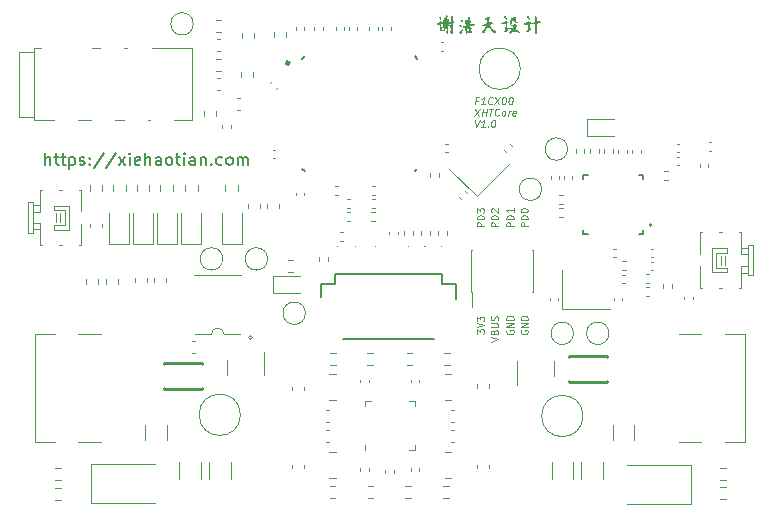
<source format=gbr>
G04 #@! TF.GenerationSoftware,KiCad,Pcbnew,(6.0.11)*
G04 #@! TF.CreationDate,2023-11-25T18:09:57+08:00*
G04 #@! TF.ProjectId,F1c200s_XhtCore,46316332-3030-4735-9f58-6874436f7265,rev?*
G04 #@! TF.SameCoordinates,Original*
G04 #@! TF.FileFunction,Legend,Top*
G04 #@! TF.FilePolarity,Positive*
%FSLAX46Y46*%
G04 Gerber Fmt 4.6, Leading zero omitted, Abs format (unit mm)*
G04 Created by KiCad (PCBNEW (6.0.11)) date 2023-11-25 18:09:57*
%MOMM*%
%LPD*%
G01*
G04 APERTURE LIST*
%ADD10C,0.100000*%
%ADD11C,0.150000*%
%ADD12C,0.254000*%
%ADD13C,0.120000*%
%ADD14C,0.152000*%
%ADD15C,0.127000*%
%ADD16C,0.300000*%
G04 APERTURE END LIST*
D10*
X153271428Y-91342857D02*
X152671428Y-91342857D01*
X152671428Y-91114285D01*
X152700000Y-91057142D01*
X152728571Y-91028571D01*
X152785714Y-91000000D01*
X152871428Y-91000000D01*
X152928571Y-91028571D01*
X152957142Y-91057142D01*
X152985714Y-91114285D01*
X152985714Y-91342857D01*
X153271428Y-90742857D02*
X152671428Y-90742857D01*
X152671428Y-90600000D01*
X152700000Y-90514285D01*
X152757142Y-90457142D01*
X152814285Y-90428571D01*
X152928571Y-90400000D01*
X153014285Y-90400000D01*
X153128571Y-90428571D01*
X153185714Y-90457142D01*
X153242857Y-90514285D01*
X153271428Y-90600000D01*
X153271428Y-90742857D01*
X152671428Y-90200000D02*
X152671428Y-89828571D01*
X152900000Y-90028571D01*
X152900000Y-89942857D01*
X152928571Y-89885714D01*
X152957142Y-89857142D01*
X153014285Y-89828571D01*
X153157142Y-89828571D01*
X153214285Y-89857142D01*
X153242857Y-89885714D01*
X153271428Y-89942857D01*
X153271428Y-90114285D01*
X153242857Y-90171428D01*
X153214285Y-90200000D01*
X155200000Y-100157142D02*
X155171428Y-100214285D01*
X155171428Y-100300000D01*
X155200000Y-100385714D01*
X155257142Y-100442857D01*
X155314285Y-100471428D01*
X155428571Y-100500000D01*
X155514285Y-100500000D01*
X155628571Y-100471428D01*
X155685714Y-100442857D01*
X155742857Y-100385714D01*
X155771428Y-100300000D01*
X155771428Y-100242857D01*
X155742857Y-100157142D01*
X155714285Y-100128571D01*
X155514285Y-100128571D01*
X155514285Y-100242857D01*
X155771428Y-99871428D02*
X155171428Y-99871428D01*
X155771428Y-99528571D01*
X155171428Y-99528571D01*
X155771428Y-99242857D02*
X155171428Y-99242857D01*
X155171428Y-99100000D01*
X155200000Y-99014285D01*
X155257142Y-98957142D01*
X155314285Y-98928571D01*
X155428571Y-98900000D01*
X155514285Y-98900000D01*
X155628571Y-98928571D01*
X155685714Y-98957142D01*
X155742857Y-99014285D01*
X155771428Y-99100000D01*
X155771428Y-99242857D01*
X152750714Y-80691142D02*
X152550714Y-80691142D01*
X152511428Y-81005428D02*
X152586428Y-80405428D01*
X152872142Y-80405428D01*
X153340000Y-81005428D02*
X152997142Y-81005428D01*
X153168571Y-81005428D02*
X153243571Y-80405428D01*
X153175714Y-80491142D01*
X153111428Y-80548285D01*
X153050714Y-80576857D01*
X153947142Y-80948285D02*
X153915000Y-80976857D01*
X153825714Y-81005428D01*
X153768571Y-81005428D01*
X153686428Y-80976857D01*
X153636428Y-80919714D01*
X153615000Y-80862571D01*
X153600714Y-80748285D01*
X153611428Y-80662571D01*
X153654285Y-80548285D01*
X153690000Y-80491142D01*
X153754285Y-80434000D01*
X153843571Y-80405428D01*
X153900714Y-80405428D01*
X153982857Y-80434000D01*
X154007857Y-80462571D01*
X154215000Y-80405428D02*
X154540000Y-81005428D01*
X154615000Y-80405428D02*
X154140000Y-81005428D01*
X154957857Y-80405428D02*
X155015000Y-80405428D01*
X155068571Y-80434000D01*
X155093571Y-80462571D01*
X155115000Y-80519714D01*
X155129285Y-80634000D01*
X155111428Y-80776857D01*
X155068571Y-80891142D01*
X155032857Y-80948285D01*
X155000714Y-80976857D01*
X154940000Y-81005428D01*
X154882857Y-81005428D01*
X154829285Y-80976857D01*
X154804285Y-80948285D01*
X154782857Y-80891142D01*
X154768571Y-80776857D01*
X154786428Y-80634000D01*
X154829285Y-80519714D01*
X154865000Y-80462571D01*
X154897142Y-80434000D01*
X154957857Y-80405428D01*
X155529285Y-80405428D02*
X155586428Y-80405428D01*
X155640000Y-80434000D01*
X155665000Y-80462571D01*
X155686428Y-80519714D01*
X155700714Y-80634000D01*
X155682857Y-80776857D01*
X155640000Y-80891142D01*
X155604285Y-80948285D01*
X155572142Y-80976857D01*
X155511428Y-81005428D01*
X155454285Y-81005428D01*
X155400714Y-80976857D01*
X155375714Y-80948285D01*
X155354285Y-80891142D01*
X155340000Y-80776857D01*
X155357857Y-80634000D01*
X155400714Y-80519714D01*
X155436428Y-80462571D01*
X155468571Y-80434000D01*
X155529285Y-80405428D01*
X152529285Y-81371428D02*
X152854285Y-81971428D01*
X152929285Y-81371428D02*
X152454285Y-81971428D01*
X153082857Y-81971428D02*
X153157857Y-81371428D01*
X153122142Y-81657142D02*
X153465000Y-81657142D01*
X153425714Y-81971428D02*
X153500714Y-81371428D01*
X153700714Y-81371428D02*
X154043571Y-81371428D01*
X153797142Y-81971428D02*
X153872142Y-81371428D01*
X154518571Y-81914285D02*
X154486428Y-81942857D01*
X154397142Y-81971428D01*
X154340000Y-81971428D01*
X154257857Y-81942857D01*
X154207857Y-81885714D01*
X154186428Y-81828571D01*
X154172142Y-81714285D01*
X154182857Y-81628571D01*
X154225714Y-81514285D01*
X154261428Y-81457142D01*
X154325714Y-81400000D01*
X154415000Y-81371428D01*
X154472142Y-81371428D01*
X154554285Y-81400000D01*
X154579285Y-81428571D01*
X154854285Y-81971428D02*
X154800714Y-81942857D01*
X154775714Y-81914285D01*
X154754285Y-81857142D01*
X154775714Y-81685714D01*
X154811428Y-81628571D01*
X154843571Y-81600000D01*
X154904285Y-81571428D01*
X154990000Y-81571428D01*
X155043571Y-81600000D01*
X155068571Y-81628571D01*
X155090000Y-81685714D01*
X155068571Y-81857142D01*
X155032857Y-81914285D01*
X155000714Y-81942857D01*
X154940000Y-81971428D01*
X154854285Y-81971428D01*
X155311428Y-81971428D02*
X155361428Y-81571428D01*
X155347142Y-81685714D02*
X155382857Y-81628571D01*
X155415000Y-81600000D01*
X155475714Y-81571428D01*
X155532857Y-81571428D01*
X155915000Y-81942857D02*
X155854285Y-81971428D01*
X155740000Y-81971428D01*
X155686428Y-81942857D01*
X155665000Y-81885714D01*
X155693571Y-81657142D01*
X155729285Y-81600000D01*
X155790000Y-81571428D01*
X155904285Y-81571428D01*
X155957857Y-81600000D01*
X155979285Y-81657142D01*
X155972142Y-81714285D01*
X155679285Y-81771428D01*
X152500714Y-82337428D02*
X152625714Y-82937428D01*
X152900714Y-82337428D01*
X153340000Y-82937428D02*
X152997142Y-82937428D01*
X153168571Y-82937428D02*
X153243571Y-82337428D01*
X153175714Y-82423142D01*
X153111428Y-82480285D01*
X153050714Y-82508857D01*
X153604285Y-82880285D02*
X153629285Y-82908857D01*
X153597142Y-82937428D01*
X153572142Y-82908857D01*
X153604285Y-82880285D01*
X153597142Y-82937428D01*
X154072142Y-82337428D02*
X154129285Y-82337428D01*
X154182857Y-82366000D01*
X154207857Y-82394571D01*
X154229285Y-82451714D01*
X154243571Y-82566000D01*
X154225714Y-82708857D01*
X154182857Y-82823142D01*
X154147142Y-82880285D01*
X154115000Y-82908857D01*
X154054285Y-82937428D01*
X153997142Y-82937428D01*
X153943571Y-82908857D01*
X153918571Y-82880285D01*
X153897142Y-82823142D01*
X153882857Y-82708857D01*
X153900714Y-82566000D01*
X153943571Y-82451714D01*
X153979285Y-82394571D01*
X154011428Y-82366000D01*
X154072142Y-82337428D01*
X153871428Y-101100000D02*
X154471428Y-100900000D01*
X153871428Y-100700000D01*
X154157142Y-100300000D02*
X154185714Y-100214285D01*
X154214285Y-100185714D01*
X154271428Y-100157142D01*
X154357142Y-100157142D01*
X154414285Y-100185714D01*
X154442857Y-100214285D01*
X154471428Y-100271428D01*
X154471428Y-100500000D01*
X153871428Y-100500000D01*
X153871428Y-100300000D01*
X153900000Y-100242857D01*
X153928571Y-100214285D01*
X153985714Y-100185714D01*
X154042857Y-100185714D01*
X154100000Y-100214285D01*
X154128571Y-100242857D01*
X154157142Y-100300000D01*
X154157142Y-100500000D01*
X153871428Y-99900000D02*
X154357142Y-99900000D01*
X154414285Y-99871428D01*
X154442857Y-99842857D01*
X154471428Y-99785714D01*
X154471428Y-99671428D01*
X154442857Y-99614285D01*
X154414285Y-99585714D01*
X154357142Y-99557142D01*
X153871428Y-99557142D01*
X154442857Y-99300000D02*
X154471428Y-99214285D01*
X154471428Y-99071428D01*
X154442857Y-99014285D01*
X154414285Y-98985714D01*
X154357142Y-98957142D01*
X154300000Y-98957142D01*
X154242857Y-98985714D01*
X154214285Y-99014285D01*
X154185714Y-99071428D01*
X154157142Y-99185714D01*
X154128571Y-99242857D01*
X154100000Y-99271428D01*
X154042857Y-99300000D01*
X153985714Y-99300000D01*
X153928571Y-99271428D01*
X153900000Y-99242857D01*
X153871428Y-99185714D01*
X153871428Y-99042857D01*
X153900000Y-98957142D01*
X156971428Y-91342857D02*
X156371428Y-91342857D01*
X156371428Y-91114285D01*
X156400000Y-91057142D01*
X156428571Y-91028571D01*
X156485714Y-91000000D01*
X156571428Y-91000000D01*
X156628571Y-91028571D01*
X156657142Y-91057142D01*
X156685714Y-91114285D01*
X156685714Y-91342857D01*
X156971428Y-90742857D02*
X156371428Y-90742857D01*
X156371428Y-90600000D01*
X156400000Y-90514285D01*
X156457142Y-90457142D01*
X156514285Y-90428571D01*
X156628571Y-90400000D01*
X156714285Y-90400000D01*
X156828571Y-90428571D01*
X156885714Y-90457142D01*
X156942857Y-90514285D01*
X156971428Y-90600000D01*
X156971428Y-90742857D01*
X156371428Y-90028571D02*
X156371428Y-89971428D01*
X156400000Y-89914285D01*
X156428571Y-89885714D01*
X156485714Y-89857142D01*
X156600000Y-89828571D01*
X156742857Y-89828571D01*
X156857142Y-89857142D01*
X156914285Y-89885714D01*
X156942857Y-89914285D01*
X156971428Y-89971428D01*
X156971428Y-90028571D01*
X156942857Y-90085714D01*
X156914285Y-90114285D01*
X156857142Y-90142857D01*
X156742857Y-90171428D01*
X156600000Y-90171428D01*
X156485714Y-90142857D01*
X156428571Y-90114285D01*
X156400000Y-90085714D01*
X156371428Y-90028571D01*
X155771428Y-91342857D02*
X155171428Y-91342857D01*
X155171428Y-91114285D01*
X155200000Y-91057142D01*
X155228571Y-91028571D01*
X155285714Y-91000000D01*
X155371428Y-91000000D01*
X155428571Y-91028571D01*
X155457142Y-91057142D01*
X155485714Y-91114285D01*
X155485714Y-91342857D01*
X155771428Y-90742857D02*
X155171428Y-90742857D01*
X155171428Y-90600000D01*
X155200000Y-90514285D01*
X155257142Y-90457142D01*
X155314285Y-90428571D01*
X155428571Y-90400000D01*
X155514285Y-90400000D01*
X155628571Y-90428571D01*
X155685714Y-90457142D01*
X155742857Y-90514285D01*
X155771428Y-90600000D01*
X155771428Y-90742857D01*
X155771428Y-89828571D02*
X155771428Y-90171428D01*
X155771428Y-90000000D02*
X155171428Y-90000000D01*
X155257142Y-90057142D01*
X155314285Y-90114285D01*
X155342857Y-90171428D01*
X156400000Y-100157142D02*
X156371428Y-100214285D01*
X156371428Y-100300000D01*
X156400000Y-100385714D01*
X156457142Y-100442857D01*
X156514285Y-100471428D01*
X156628571Y-100500000D01*
X156714285Y-100500000D01*
X156828571Y-100471428D01*
X156885714Y-100442857D01*
X156942857Y-100385714D01*
X156971428Y-100300000D01*
X156971428Y-100242857D01*
X156942857Y-100157142D01*
X156914285Y-100128571D01*
X156714285Y-100128571D01*
X156714285Y-100242857D01*
X156971428Y-99871428D02*
X156371428Y-99871428D01*
X156971428Y-99528571D01*
X156371428Y-99528571D01*
X156971428Y-99242857D02*
X156371428Y-99242857D01*
X156371428Y-99100000D01*
X156400000Y-99014285D01*
X156457142Y-98957142D01*
X156514285Y-98928571D01*
X156628571Y-98900000D01*
X156714285Y-98900000D01*
X156828571Y-98928571D01*
X156885714Y-98957142D01*
X156942857Y-99014285D01*
X156971428Y-99100000D01*
X156971428Y-99242857D01*
X154471428Y-91342857D02*
X153871428Y-91342857D01*
X153871428Y-91114285D01*
X153900000Y-91057142D01*
X153928571Y-91028571D01*
X153985714Y-91000000D01*
X154071428Y-91000000D01*
X154128571Y-91028571D01*
X154157142Y-91057142D01*
X154185714Y-91114285D01*
X154185714Y-91342857D01*
X154471428Y-90742857D02*
X153871428Y-90742857D01*
X153871428Y-90600000D01*
X153900000Y-90514285D01*
X153957142Y-90457142D01*
X154014285Y-90428571D01*
X154128571Y-90400000D01*
X154214285Y-90400000D01*
X154328571Y-90428571D01*
X154385714Y-90457142D01*
X154442857Y-90514285D01*
X154471428Y-90600000D01*
X154471428Y-90742857D01*
X153928571Y-90171428D02*
X153900000Y-90142857D01*
X153871428Y-90085714D01*
X153871428Y-89942857D01*
X153900000Y-89885714D01*
X153928571Y-89857142D01*
X153985714Y-89828571D01*
X154042857Y-89828571D01*
X154128571Y-89857142D01*
X154471428Y-90200000D01*
X154471428Y-89828571D01*
X152671428Y-100442857D02*
X152671428Y-100071428D01*
X152900000Y-100271428D01*
X152900000Y-100185714D01*
X152928571Y-100128571D01*
X152957142Y-100100000D01*
X153014285Y-100071428D01*
X153157142Y-100071428D01*
X153214285Y-100100000D01*
X153242857Y-100128571D01*
X153271428Y-100185714D01*
X153271428Y-100357142D01*
X153242857Y-100414285D01*
X153214285Y-100442857D01*
X152671428Y-99900000D02*
X153271428Y-99700000D01*
X152671428Y-99500000D01*
X152671428Y-99357142D02*
X152671428Y-98985714D01*
X152900000Y-99185714D01*
X152900000Y-99100000D01*
X152928571Y-99042857D01*
X152957142Y-99014285D01*
X153014285Y-98985714D01*
X153157142Y-98985714D01*
X153214285Y-99014285D01*
X153242857Y-99042857D01*
X153271428Y-99100000D01*
X153271428Y-99271428D01*
X153242857Y-99328571D01*
X153214285Y-99357142D01*
D11*
X116128571Y-86152380D02*
X116128571Y-85152380D01*
X116557142Y-86152380D02*
X116557142Y-85628571D01*
X116509523Y-85533333D01*
X116414285Y-85485714D01*
X116271428Y-85485714D01*
X116176190Y-85533333D01*
X116128571Y-85580952D01*
X116890476Y-85485714D02*
X117271428Y-85485714D01*
X117033333Y-85152380D02*
X117033333Y-86009523D01*
X117080952Y-86104761D01*
X117176190Y-86152380D01*
X117271428Y-86152380D01*
X117461904Y-85485714D02*
X117842857Y-85485714D01*
X117604761Y-85152380D02*
X117604761Y-86009523D01*
X117652380Y-86104761D01*
X117747619Y-86152380D01*
X117842857Y-86152380D01*
X118176190Y-85485714D02*
X118176190Y-86485714D01*
X118176190Y-85533333D02*
X118271428Y-85485714D01*
X118461904Y-85485714D01*
X118557142Y-85533333D01*
X118604761Y-85580952D01*
X118652380Y-85676190D01*
X118652380Y-85961904D01*
X118604761Y-86057142D01*
X118557142Y-86104761D01*
X118461904Y-86152380D01*
X118271428Y-86152380D01*
X118176190Y-86104761D01*
X119033333Y-86104761D02*
X119128571Y-86152380D01*
X119319047Y-86152380D01*
X119414285Y-86104761D01*
X119461904Y-86009523D01*
X119461904Y-85961904D01*
X119414285Y-85866666D01*
X119319047Y-85819047D01*
X119176190Y-85819047D01*
X119080952Y-85771428D01*
X119033333Y-85676190D01*
X119033333Y-85628571D01*
X119080952Y-85533333D01*
X119176190Y-85485714D01*
X119319047Y-85485714D01*
X119414285Y-85533333D01*
X119890476Y-86057142D02*
X119938095Y-86104761D01*
X119890476Y-86152380D01*
X119842857Y-86104761D01*
X119890476Y-86057142D01*
X119890476Y-86152380D01*
X119890476Y-85533333D02*
X119938095Y-85580952D01*
X119890476Y-85628571D01*
X119842857Y-85580952D01*
X119890476Y-85533333D01*
X119890476Y-85628571D01*
X121080952Y-85104761D02*
X120223809Y-86390476D01*
X122128571Y-85104761D02*
X121271428Y-86390476D01*
X122366666Y-86152380D02*
X122890476Y-85485714D01*
X122366666Y-85485714D02*
X122890476Y-86152380D01*
X123271428Y-86152380D02*
X123271428Y-85485714D01*
X123271428Y-85152380D02*
X123223809Y-85200000D01*
X123271428Y-85247619D01*
X123319047Y-85200000D01*
X123271428Y-85152380D01*
X123271428Y-85247619D01*
X124128571Y-86104761D02*
X124033333Y-86152380D01*
X123842857Y-86152380D01*
X123747619Y-86104761D01*
X123700000Y-86009523D01*
X123700000Y-85628571D01*
X123747619Y-85533333D01*
X123842857Y-85485714D01*
X124033333Y-85485714D01*
X124128571Y-85533333D01*
X124176190Y-85628571D01*
X124176190Y-85723809D01*
X123700000Y-85819047D01*
X124604761Y-86152380D02*
X124604761Y-85152380D01*
X125033333Y-86152380D02*
X125033333Y-85628571D01*
X124985714Y-85533333D01*
X124890476Y-85485714D01*
X124747619Y-85485714D01*
X124652380Y-85533333D01*
X124604761Y-85580952D01*
X125938095Y-86152380D02*
X125938095Y-85628571D01*
X125890476Y-85533333D01*
X125795238Y-85485714D01*
X125604761Y-85485714D01*
X125509523Y-85533333D01*
X125938095Y-86104761D02*
X125842857Y-86152380D01*
X125604761Y-86152380D01*
X125509523Y-86104761D01*
X125461904Y-86009523D01*
X125461904Y-85914285D01*
X125509523Y-85819047D01*
X125604761Y-85771428D01*
X125842857Y-85771428D01*
X125938095Y-85723809D01*
X126557142Y-86152380D02*
X126461904Y-86104761D01*
X126414285Y-86057142D01*
X126366666Y-85961904D01*
X126366666Y-85676190D01*
X126414285Y-85580952D01*
X126461904Y-85533333D01*
X126557142Y-85485714D01*
X126700000Y-85485714D01*
X126795238Y-85533333D01*
X126842857Y-85580952D01*
X126890476Y-85676190D01*
X126890476Y-85961904D01*
X126842857Y-86057142D01*
X126795238Y-86104761D01*
X126700000Y-86152380D01*
X126557142Y-86152380D01*
X127176190Y-85485714D02*
X127557142Y-85485714D01*
X127319047Y-85152380D02*
X127319047Y-86009523D01*
X127366666Y-86104761D01*
X127461904Y-86152380D01*
X127557142Y-86152380D01*
X127890476Y-86152380D02*
X127890476Y-85485714D01*
X127890476Y-85152380D02*
X127842857Y-85200000D01*
X127890476Y-85247619D01*
X127938095Y-85200000D01*
X127890476Y-85152380D01*
X127890476Y-85247619D01*
X128795238Y-86152380D02*
X128795238Y-85628571D01*
X128747619Y-85533333D01*
X128652380Y-85485714D01*
X128461904Y-85485714D01*
X128366666Y-85533333D01*
X128795238Y-86104761D02*
X128700000Y-86152380D01*
X128461904Y-86152380D01*
X128366666Y-86104761D01*
X128319047Y-86009523D01*
X128319047Y-85914285D01*
X128366666Y-85819047D01*
X128461904Y-85771428D01*
X128700000Y-85771428D01*
X128795238Y-85723809D01*
X129271428Y-85485714D02*
X129271428Y-86152380D01*
X129271428Y-85580952D02*
X129319047Y-85533333D01*
X129414285Y-85485714D01*
X129557142Y-85485714D01*
X129652380Y-85533333D01*
X129700000Y-85628571D01*
X129700000Y-86152380D01*
X130176190Y-86057142D02*
X130223809Y-86104761D01*
X130176190Y-86152380D01*
X130128571Y-86104761D01*
X130176190Y-86057142D01*
X130176190Y-86152380D01*
X131080952Y-86104761D02*
X130985714Y-86152380D01*
X130795238Y-86152380D01*
X130700000Y-86104761D01*
X130652380Y-86057142D01*
X130604761Y-85961904D01*
X130604761Y-85676190D01*
X130652380Y-85580952D01*
X130700000Y-85533333D01*
X130795238Y-85485714D01*
X130985714Y-85485714D01*
X131080952Y-85533333D01*
X131652380Y-86152380D02*
X131557142Y-86104761D01*
X131509523Y-86057142D01*
X131461904Y-85961904D01*
X131461904Y-85676190D01*
X131509523Y-85580952D01*
X131557142Y-85533333D01*
X131652380Y-85485714D01*
X131795238Y-85485714D01*
X131890476Y-85533333D01*
X131938095Y-85580952D01*
X131985714Y-85676190D01*
X131985714Y-85961904D01*
X131938095Y-86057142D01*
X131890476Y-86104761D01*
X131795238Y-86152380D01*
X131652380Y-86152380D01*
X132414285Y-86152380D02*
X132414285Y-85485714D01*
X132414285Y-85580952D02*
X132461904Y-85533333D01*
X132557142Y-85485714D01*
X132700000Y-85485714D01*
X132795238Y-85533333D01*
X132842857Y-85628571D01*
X132842857Y-86152380D01*
X132842857Y-85628571D02*
X132890476Y-85533333D01*
X132985714Y-85485714D01*
X133128571Y-85485714D01*
X133223809Y-85533333D01*
X133271428Y-85628571D01*
X133271428Y-86152380D01*
D12*
G04 #@! TO.C,L4*
X126200003Y-102900231D02*
X129399971Y-102900256D01*
X129399971Y-105100226D02*
X126200003Y-105100252D01*
X126200003Y-105008101D02*
X126200003Y-105100252D01*
X129399971Y-102900256D02*
X129399971Y-102991874D01*
X129399971Y-105008126D02*
X129399971Y-105100226D01*
X126200003Y-102900231D02*
X126200003Y-102991899D01*
D13*
G04 #@! TO.C,C56*
X144890000Y-111992164D02*
X144890000Y-112207836D01*
X145610000Y-111992164D02*
X145610000Y-112207836D01*
G04 #@! TO.C,D8*
X162015000Y-83735000D02*
X164300000Y-83735000D01*
X162015000Y-82265000D02*
X162015000Y-83735000D01*
X164300000Y-82265000D02*
X162015000Y-82265000D01*
G04 #@! TO.C,C21*
X130940580Y-76510000D02*
X130659420Y-76510000D01*
X130940580Y-75490000D02*
X130659420Y-75490000D01*
G04 #@! TO.C,D14*
X135415000Y-95546250D02*
X135415000Y-97016250D01*
X137700000Y-95546250D02*
X135415000Y-95546250D01*
X135415000Y-97016250D02*
X137700000Y-97016250D01*
D10*
G04 #@! TO.C,D9*
X127950000Y-85190000D02*
G75*
G03*
X127950000Y-85190000I-50000J0D01*
G01*
G04 #@! TO.C,D7*
X120860000Y-73700000D02*
G75*
G03*
X120860000Y-73700000I-50000J0D01*
G01*
G04 #@! TO.C,G\u002A\u002A\u002A*
G36*
X155110371Y-73577304D02*
G01*
X155172056Y-73643848D01*
X155207444Y-73732017D01*
X155210649Y-73760264D01*
X155197777Y-73826431D01*
X155158806Y-73845078D01*
X155104039Y-73815121D01*
X155069183Y-73775168D01*
X155023457Y-73693685D01*
X154999608Y-73628592D01*
X154992796Y-73571747D01*
X155018422Y-73552125D01*
X155037758Y-73550988D01*
X155110371Y-73577304D01*
G37*
G36*
X151326503Y-74285034D02*
G01*
X151387810Y-74349561D01*
X151416567Y-74432230D01*
X151416957Y-74442569D01*
X151396136Y-74484790D01*
X151346441Y-74492638D01*
X151287025Y-74466012D01*
X151262765Y-74443380D01*
X151216223Y-74371193D01*
X151197204Y-74325378D01*
X151190999Y-74276187D01*
X151224534Y-74259934D01*
X151251043Y-74259002D01*
X151326503Y-74285034D01*
G37*
G36*
X151683192Y-74659180D02*
G01*
X151668850Y-74601869D01*
X151687587Y-74583577D01*
X151690567Y-74583485D01*
X151688590Y-74572272D01*
X151643842Y-74543637D01*
X151641502Y-74542413D01*
X151741463Y-74542413D01*
X151765553Y-74552726D01*
X151785714Y-74554007D01*
X151824980Y-74538569D01*
X151829965Y-74525433D01*
X151808341Y-74509201D01*
X151785714Y-74513839D01*
X151746898Y-74534778D01*
X151741463Y-74542413D01*
X151641502Y-74542413D01*
X151601335Y-74521401D01*
X151527725Y-74481069D01*
X151526587Y-74480256D01*
X151888966Y-74480256D01*
X151903716Y-74495006D01*
X151918467Y-74480256D01*
X151903716Y-74465506D01*
X151888966Y-74480256D01*
X151526587Y-74480256D01*
X151482629Y-74448856D01*
X151475958Y-74439031D01*
X151501497Y-74419428D01*
X151567621Y-74389579D01*
X151637580Y-74363786D01*
X151799202Y-74308849D01*
X151727666Y-74242551D01*
X151682188Y-74192197D01*
X151670724Y-74142359D01*
X151686645Y-74065732D01*
X151703613Y-73974079D01*
X151705197Y-73894325D01*
X151703903Y-73885852D01*
X151706654Y-73829940D01*
X151744871Y-73820868D01*
X151818017Y-73858731D01*
X151825939Y-73864194D01*
X151877269Y-73924109D01*
X151879075Y-73969131D01*
X151879510Y-74011737D01*
X151898662Y-74014761D01*
X151919153Y-73977924D01*
X151929302Y-73887715D01*
X151930072Y-73806572D01*
X151930474Y-73700252D01*
X151937978Y-73640375D01*
X151955619Y-73614523D01*
X151978086Y-73609989D01*
X152046099Y-73632948D01*
X152079210Y-73702374D01*
X152077802Y-73819087D01*
X152077295Y-73822859D01*
X152068744Y-73905215D01*
X152077475Y-73947580D01*
X152110497Y-73968060D01*
X152136268Y-73975243D01*
X152195508Y-74010145D01*
X152213282Y-74061598D01*
X152187146Y-74109332D01*
X152154471Y-74126249D01*
X152106795Y-74152734D01*
X152095470Y-74172488D01*
X152120171Y-74195383D01*
X152183045Y-74197075D01*
X152267251Y-74177680D01*
X152285420Y-74171186D01*
X152367606Y-74160078D01*
X152444990Y-74180532D01*
X152497383Y-74224405D01*
X152508478Y-74261144D01*
X152487865Y-74301340D01*
X152420024Y-74327180D01*
X152393862Y-74332181D01*
X152318915Y-74347681D01*
X152233145Y-74369542D01*
X152147709Y-74394160D01*
X152073762Y-74417934D01*
X152022459Y-74437261D01*
X152004957Y-74448539D01*
X152032411Y-74448165D01*
X152036469Y-74447586D01*
X152127532Y-74447884D01*
X152198098Y-74487097D01*
X152206097Y-74494331D01*
X152262273Y-74560153D01*
X152266320Y-74606421D01*
X152246241Y-74625739D01*
X152209531Y-74678021D01*
X152197984Y-74755342D01*
X152214080Y-74828275D01*
X152227501Y-74848216D01*
X152265867Y-74908595D01*
X152251989Y-74948812D01*
X152184529Y-74969778D01*
X152062149Y-74972405D01*
X152046287Y-74971666D01*
X151934302Y-74969004D01*
X151867262Y-74976812D01*
X151831686Y-74997325D01*
X151823821Y-75008542D01*
X151780612Y-75052568D01*
X151734352Y-75038473D01*
X151731630Y-75035850D01*
X151720026Y-74996974D01*
X151712963Y-74920726D01*
X151711962Y-74875518D01*
X151705863Y-74773125D01*
X151697430Y-74723622D01*
X151831909Y-74723622D01*
X151841414Y-74777296D01*
X151877986Y-74804552D01*
X151937468Y-74800886D01*
X151995227Y-74770315D01*
X152013892Y-74749160D01*
X152039938Y-74681467D01*
X152015581Y-74641917D01*
X151945624Y-74636560D01*
X151863251Y-74666708D01*
X151831909Y-74723622D01*
X151697430Y-74723622D01*
X151690545Y-74683207D01*
X151683192Y-74659180D01*
G37*
G36*
X149542529Y-73590185D02*
G01*
X149603673Y-73623077D01*
X149616519Y-73632827D01*
X149665379Y-73697306D01*
X149671413Y-73778525D01*
X149660202Y-73840291D01*
X149637500Y-73854367D01*
X149607282Y-73841176D01*
X149565038Y-73797645D01*
X149518450Y-73724098D01*
X149482033Y-73646424D01*
X149469918Y-73596186D01*
X149491362Y-73579577D01*
X149542529Y-73590185D01*
G37*
G36*
X157643911Y-73498532D02*
G01*
X157684992Y-73532717D01*
X157726932Y-73583030D01*
X157749567Y-73640291D01*
X157758486Y-73724355D01*
X157759582Y-73797595D01*
X157759582Y-73987882D01*
X157878246Y-73971966D01*
X157974747Y-73969508D01*
X158041383Y-73997363D01*
X158055249Y-74008846D01*
X158104941Y-74065917D01*
X158105136Y-74106749D01*
X158052791Y-74135109D01*
X157944859Y-74154769D01*
X157936585Y-74155750D01*
X157759582Y-74176293D01*
X157759582Y-74493785D01*
X157756790Y-74684818D01*
X157748903Y-74846867D01*
X157736654Y-74972518D01*
X157720776Y-75054356D01*
X157702002Y-75084964D01*
X157701143Y-75085018D01*
X157667559Y-75065480D01*
X157630010Y-75029532D01*
X157608313Y-74996544D01*
X157594148Y-74947404D01*
X157586304Y-74871094D01*
X157583572Y-74756600D01*
X157584442Y-74614862D01*
X157585087Y-74475410D01*
X157583437Y-74358682D01*
X157579816Y-74276623D01*
X157574546Y-74241175D01*
X157574329Y-74240919D01*
X157539402Y-74232017D01*
X157462619Y-74223231D01*
X157367950Y-74216876D01*
X157176332Y-74207594D01*
X157156385Y-74383902D01*
X157147785Y-74501456D01*
X157153620Y-74568812D01*
X157173219Y-74583333D01*
X157199446Y-74553400D01*
X157231853Y-74526974D01*
X157259353Y-74543489D01*
X157265544Y-74587900D01*
X157237560Y-74660583D01*
X157182993Y-74748134D01*
X157109433Y-74837149D01*
X157072071Y-74874193D01*
X157019031Y-74918996D01*
X156981799Y-74925799D01*
X156933417Y-74897252D01*
X156921965Y-74888943D01*
X156862438Y-74836302D01*
X156852535Y-74789654D01*
X156891086Y-74730711D01*
X156910483Y-74709428D01*
X156957343Y-74634292D01*
X156986441Y-74521477D01*
X156994779Y-74456772D01*
X157001857Y-74330623D01*
X156990218Y-74257087D01*
X156958130Y-74232271D01*
X156903858Y-74252284D01*
X156903729Y-74252365D01*
X156796898Y-74286551D01*
X156684897Y-74267022D01*
X156666121Y-74257964D01*
X156620425Y-74225448D01*
X156619098Y-74193799D01*
X156666035Y-74154961D01*
X156734436Y-74116697D01*
X156835121Y-74061590D01*
X156932546Y-74004517D01*
X156955935Y-73989958D01*
X157052056Y-73928779D01*
X157140914Y-74023901D01*
X157211402Y-74083055D01*
X157287831Y-74106149D01*
X157385140Y-74094462D01*
X157503694Y-74054964D01*
X157545450Y-74036611D01*
X157569568Y-74012331D01*
X157579940Y-73968170D01*
X157580457Y-73890176D01*
X157576400Y-73794245D01*
X157569596Y-73679643D01*
X157561352Y-73585520D01*
X157553275Y-73529609D01*
X157552032Y-73525175D01*
X157553282Y-73482470D01*
X157588466Y-73473848D01*
X157643911Y-73498532D01*
G37*
G36*
X155939513Y-73623205D02*
G01*
X155988350Y-73683287D01*
X156004876Y-73790905D01*
X156000244Y-73862860D01*
X155981423Y-74022997D01*
X156068087Y-74022997D01*
X156159210Y-74041208D01*
X156214727Y-74089816D01*
X156225551Y-74132149D01*
X156197321Y-74159749D01*
X156112756Y-74170369D01*
X156098361Y-74170500D01*
X155972068Y-74151676D01*
X155889441Y-74093631D01*
X155848079Y-73994001D01*
X155842044Y-73918596D01*
X155834189Y-73826760D01*
X155811225Y-73788417D01*
X155805168Y-73787444D01*
X155740914Y-73810094D01*
X155705538Y-73879683D01*
X155698788Y-73919312D01*
X155681605Y-73989241D01*
X155648291Y-74077618D01*
X155606898Y-74167540D01*
X155565476Y-74242102D01*
X155532078Y-74284401D01*
X155522941Y-74288502D01*
X155484239Y-74270062D01*
X155464436Y-74253102D01*
X155432520Y-74180837D01*
X155440763Y-74073451D01*
X155474423Y-73971477D01*
X155506162Y-73871396D01*
X155523072Y-73772085D01*
X155523555Y-73763209D01*
X155530768Y-73696628D01*
X155554878Y-73673934D01*
X155603546Y-73678737D01*
X155687332Y-73675892D01*
X155753542Y-73652993D01*
X155860524Y-73612495D01*
X155939513Y-73623205D01*
G37*
G36*
X151399731Y-73845052D02*
G01*
X151453330Y-73877611D01*
X151473966Y-73933738D01*
X151475958Y-73978016D01*
X151462525Y-74054242D01*
X151428221Y-74084232D01*
X151382039Y-74062430D01*
X151367334Y-74045122D01*
X151326147Y-73975388D01*
X151298195Y-73902773D01*
X151290215Y-73847852D01*
X151297591Y-73832086D01*
X151341720Y-73829755D01*
X151399731Y-73845052D01*
G37*
G36*
X151526315Y-74647562D02*
G01*
X151508847Y-74691262D01*
X151479889Y-74750073D01*
X151440476Y-74837843D01*
X151419960Y-74885889D01*
X151369984Y-74981513D01*
X151320825Y-75020880D01*
X151267139Y-75006413D01*
X151229775Y-74972068D01*
X151192231Y-74923375D01*
X151180952Y-74898240D01*
X151201294Y-74869069D01*
X151252742Y-74815657D01*
X151320928Y-74751355D01*
X151391482Y-74689515D01*
X151450038Y-74643489D01*
X151466998Y-74632430D01*
X151515035Y-74618595D01*
X151526315Y-74647562D01*
G37*
G36*
X157054996Y-73576820D02*
G01*
X157115709Y-73641520D01*
X157158233Y-73725889D01*
X157169570Y-73790971D01*
X157163115Y-73854347D01*
X157134487Y-73869971D01*
X157085991Y-73855139D01*
X157057244Y-73823495D01*
X157016937Y-73757714D01*
X156975776Y-73678298D01*
X156944468Y-73605747D01*
X156933565Y-73563292D01*
X156958299Y-73553155D01*
X156990425Y-73550988D01*
X157054996Y-73576820D01*
G37*
G36*
X153768565Y-73596002D02*
G01*
X153790900Y-73609281D01*
X153832327Y-73667355D01*
X153814987Y-73723361D01*
X153748127Y-73771919D01*
X153695490Y-73803643D01*
X153672722Y-73840087D01*
X153672014Y-73902031D01*
X153678531Y-73957056D01*
X153691567Y-74050584D01*
X153704226Y-74096219D01*
X153724335Y-74104496D01*
X153759721Y-74085950D01*
X153769678Y-74079727D01*
X153851658Y-74059504D01*
X153950945Y-74078503D01*
X154009931Y-74108261D01*
X154040140Y-74149783D01*
X154019679Y-74192974D01*
X153955932Y-74228959D01*
X153897060Y-74243904D01*
X153822522Y-74264458D01*
X153780458Y-74291498D01*
X153777003Y-74300788D01*
X153793518Y-74347311D01*
X153835405Y-74422334D01*
X153891176Y-74508287D01*
X153949346Y-74587598D01*
X153998427Y-74642696D01*
X154003327Y-74646986D01*
X154058732Y-74684667D01*
X154140717Y-74731571D01*
X154172095Y-74747890D01*
X154257136Y-74801917D01*
X154296640Y-74860031D01*
X154302598Y-74888018D01*
X154301612Y-74938055D01*
X154276840Y-74962571D01*
X154218110Y-74963994D01*
X154115250Y-74944752D01*
X154089514Y-74938876D01*
X153998714Y-74904019D01*
X153917556Y-74839214D01*
X153837689Y-74735629D01*
X153750762Y-74584437D01*
X153746425Y-74576133D01*
X153698014Y-74489180D01*
X153657914Y-74428000D01*
X153635940Y-74406505D01*
X153614580Y-74431749D01*
X153580351Y-74497775D01*
X153542567Y-74585662D01*
X153453375Y-74754792D01*
X153339796Y-74880668D01*
X153254662Y-74952675D01*
X153200389Y-74986958D01*
X153165332Y-74986714D01*
X153137850Y-74955140D01*
X153128608Y-74938669D01*
X153117377Y-74897322D01*
X153132260Y-74847332D01*
X153178926Y-74774216D01*
X153208697Y-74734011D01*
X153278510Y-74638436D01*
X153341488Y-74546724D01*
X153372767Y-74497311D01*
X153425791Y-74407421D01*
X153339977Y-74424583D01*
X153270186Y-74423821D01*
X153188576Y-74403884D01*
X153115954Y-74372469D01*
X153073125Y-74337269D01*
X153068989Y-74324354D01*
X153095026Y-74305989D01*
X153164273Y-74276182D01*
X153263433Y-74240466D01*
X153297619Y-74229235D01*
X153412029Y-74190654D01*
X153481994Y-74159956D01*
X153519852Y-74128990D01*
X153537939Y-74089608D01*
X153542863Y-74067248D01*
X153550522Y-73972662D01*
X153533450Y-73916314D01*
X153509862Y-73904995D01*
X153470431Y-73885417D01*
X153414839Y-73839367D01*
X153363144Y-73785866D01*
X153335403Y-73743937D01*
X153334494Y-73738676D01*
X153360334Y-73716912D01*
X153428551Y-73684172D01*
X153525188Y-73647024D01*
X153540145Y-73641861D01*
X153652353Y-73606238D01*
X153723897Y-73591549D01*
X153768565Y-73596002D01*
G37*
G36*
X155189275Y-73950579D02*
G01*
X155232096Y-73987766D01*
X155258345Y-74027705D01*
X155266941Y-74080942D01*
X155259428Y-74165588D01*
X155251589Y-74216395D01*
X155235561Y-74331008D01*
X155225061Y-74438129D01*
X155222702Y-74490787D01*
X155227386Y-74556157D01*
X155247222Y-74575177D01*
X155274158Y-74567622D01*
X155327884Y-74554461D01*
X155421268Y-74540498D01*
X155535079Y-74528556D01*
X155546738Y-74527590D01*
X155665168Y-74515265D01*
X155735780Y-74499681D01*
X155769757Y-74477559D01*
X155777167Y-74460019D01*
X155769356Y-74424851D01*
X155720631Y-74406291D01*
X155676495Y-74401017D01*
X155590787Y-74386090D01*
X155562972Y-74360881D01*
X155592923Y-74325808D01*
X155680510Y-74281292D01*
X155717786Y-74266244D01*
X155826695Y-74225364D01*
X155896472Y-74206478D01*
X155942775Y-74209695D01*
X155981265Y-74235121D01*
X156013905Y-74268278D01*
X156063986Y-74330936D01*
X156070906Y-74381706D01*
X156035284Y-74444275D01*
X156019047Y-74465506D01*
X155974153Y-74533586D01*
X155969788Y-74584456D01*
X156010609Y-74632010D01*
X156092634Y-74685104D01*
X156189607Y-74757929D01*
X156264224Y-74843960D01*
X156305614Y-74928300D01*
X156308460Y-74980862D01*
X156284681Y-74991549D01*
X156223112Y-74968857D01*
X156119676Y-74911232D01*
X156109576Y-74905130D01*
X156008898Y-74848845D01*
X155920447Y-74807830D01*
X155861894Y-74790180D01*
X155858281Y-74790012D01*
X155803756Y-74808090D01*
X155724629Y-74855029D01*
X155653912Y-74908014D01*
X155552275Y-74985635D01*
X155484635Y-75019906D01*
X155445654Y-75011451D01*
X155429995Y-74960898D01*
X155429036Y-74934386D01*
X155454305Y-74837729D01*
X155502787Y-74784742D01*
X155562356Y-74728526D01*
X155568818Y-74690933D01*
X155522320Y-74665195D01*
X155505528Y-74660583D01*
X155431140Y-74639556D01*
X155389963Y-74625664D01*
X155345121Y-74636522D01*
X155298730Y-74704544D01*
X155297692Y-74706665D01*
X155247306Y-74795760D01*
X155192092Y-74874324D01*
X155191032Y-74875605D01*
X155143929Y-74922524D01*
X155101744Y-74926832D01*
X155060650Y-74908213D01*
X154992652Y-74850348D01*
X154982518Y-74781666D01*
X155023181Y-74712205D01*
X155058707Y-74649140D01*
X155082711Y-74547826D01*
X155096061Y-74424574D01*
X155102753Y-74301863D01*
X155097033Y-74230020D01*
X155074398Y-74201448D01*
X155030345Y-74208546D01*
X154981911Y-74231971D01*
X154911370Y-74248473D01*
X154836348Y-74228392D01*
X154772389Y-74192397D01*
X154751887Y-74160583D01*
X154778866Y-74142399D01*
X154799110Y-74140999D01*
X154847965Y-74123229D01*
X154921294Y-74077591D01*
X154973703Y-74037747D01*
X155067982Y-73967813D01*
X155135650Y-73939567D01*
X155189275Y-73950579D01*
G37*
G36*
X149527368Y-74358354D02*
G01*
X149524129Y-74275440D01*
X149507215Y-74235792D01*
X149472928Y-74231708D01*
X149417569Y-74255489D01*
X149409068Y-74259991D01*
X149342378Y-74273628D01*
X149272500Y-74248776D01*
X149192903Y-74207071D01*
X149309285Y-74147674D01*
X149396344Y-74095532D01*
X149468543Y-74039514D01*
X149481866Y-74026136D01*
X149547221Y-73979524D01*
X149606205Y-73963996D01*
X149673171Y-73986964D01*
X149712570Y-74041734D01*
X149709930Y-74107100D01*
X149707412Y-74112261D01*
X149689954Y-74166536D01*
X149672503Y-74253284D01*
X149666226Y-74295877D01*
X149656948Y-74380089D01*
X149663002Y-74421230D01*
X149692071Y-74434733D01*
X149735988Y-74436005D01*
X149823925Y-74436005D01*
X149823925Y-74321979D01*
X149971428Y-74321979D01*
X149994469Y-74334361D01*
X150045784Y-74329476D01*
X150098660Y-74311447D01*
X150116473Y-74299588D01*
X150113163Y-74273042D01*
X150111321Y-74271058D01*
X150071191Y-74264123D01*
X150015909Y-74280543D01*
X149976135Y-74309159D01*
X149971428Y-74321979D01*
X149823925Y-74321979D01*
X149823925Y-74142123D01*
X149971428Y-74142123D01*
X149995401Y-74154326D01*
X150050192Y-74152512D01*
X150110110Y-74139630D01*
X150145973Y-74122099D01*
X150142506Y-74095983D01*
X150139972Y-74093206D01*
X150099593Y-74084806D01*
X150039516Y-74096501D01*
X149987840Y-74120136D01*
X149971428Y-74142123D01*
X149823925Y-74142123D01*
X149823925Y-74126249D01*
X149826177Y-73999095D01*
X149829004Y-73951796D01*
X149971428Y-73951796D01*
X149986806Y-73982957D01*
X150037805Y-73977418D01*
X150102057Y-73951006D01*
X150131715Y-73931671D01*
X150147452Y-73897963D01*
X150116668Y-73880804D01*
X150050898Y-73886207D01*
X150046554Y-73887264D01*
X149990518Y-73916662D01*
X149971428Y-73951796D01*
X149829004Y-73951796D01*
X149832264Y-73897236D01*
X149841190Y-73832857D01*
X149849316Y-73816493D01*
X149874914Y-73792390D01*
X149917726Y-73729169D01*
X149968531Y-73640460D01*
X149969048Y-73639489D01*
X150019755Y-73550611D01*
X150062370Y-73487071D01*
X150087747Y-73462489D01*
X150087892Y-73462486D01*
X150126219Y-73479421D01*
X150182039Y-73518981D01*
X150251684Y-73575476D01*
X150180165Y-73651734D01*
X150137571Y-73702925D01*
X150136941Y-73724959D01*
X150155932Y-73727991D01*
X150231035Y-73752321D01*
X150272664Y-73822314D01*
X150278417Y-73933476D01*
X150276123Y-73952800D01*
X150257812Y-74086392D01*
X150368978Y-74039944D01*
X150441059Y-74010860D01*
X150485955Y-73994682D01*
X150491291Y-73993496D01*
X150496200Y-73966191D01*
X150500007Y-73893052D01*
X150502157Y-73787242D01*
X150502439Y-73727991D01*
X150505101Y-73611073D01*
X150512231Y-73520423D01*
X150522546Y-73469203D01*
X150528327Y-73462486D01*
X150578212Y-73490466D01*
X150613481Y-73571107D01*
X150632266Y-73699464D01*
X150634305Y-73742876D01*
X150644366Y-73869856D01*
X150667906Y-73953289D01*
X150695369Y-73994796D01*
X150730961Y-74042194D01*
X150724749Y-74070650D01*
X150707770Y-74083347D01*
X150658584Y-74107439D01*
X150642566Y-74111047D01*
X150635190Y-74139079D01*
X150628856Y-74216357D01*
X150624010Y-74333130D01*
X150621094Y-74479644D01*
X150620441Y-74596517D01*
X150618870Y-74759758D01*
X150614525Y-74901648D01*
X150607957Y-75011994D01*
X150599717Y-75080604D01*
X150593314Y-75098301D01*
X150560636Y-75087460D01*
X150507671Y-75041131D01*
X150475312Y-75004819D01*
X150407962Y-74912279D01*
X150387457Y-74854477D01*
X150413599Y-74830539D01*
X150436062Y-74830166D01*
X150474040Y-74808468D01*
X150496379Y-74749055D01*
X150502361Y-74671298D01*
X150491264Y-74594565D01*
X150462370Y-74538226D01*
X150447340Y-74526596D01*
X150407167Y-74485935D01*
X150367779Y-74418235D01*
X150338491Y-74344771D01*
X150328619Y-74286818D01*
X150334719Y-74269385D01*
X150369210Y-74269426D01*
X150407531Y-74285074D01*
X150467964Y-74301668D01*
X150497903Y-74268179D01*
X150502439Y-74224584D01*
X150490534Y-74188798D01*
X150445137Y-74173101D01*
X150384436Y-74170500D01*
X150266434Y-74170500D01*
X150265982Y-74576133D01*
X150264224Y-74765207D01*
X150258349Y-74900430D01*
X150246730Y-74986899D01*
X150227740Y-75029711D01*
X150199750Y-75033964D01*
X150161134Y-75004755D01*
X150137301Y-74979159D01*
X150091462Y-74917388D01*
X150064292Y-74863101D01*
X150060494Y-74829907D01*
X150084774Y-74831413D01*
X150086585Y-74832504D01*
X150103432Y-74815867D01*
X150117703Y-74755367D01*
X150123460Y-74701474D01*
X150122966Y-74602008D01*
X150103567Y-74558242D01*
X150064859Y-74570090D01*
X150006439Y-74637468D01*
X149982677Y-74672010D01*
X149928863Y-74741545D01*
X149881019Y-74783939D01*
X149864256Y-74790012D01*
X149831964Y-74767336D01*
X149826217Y-74712980D01*
X149846041Y-74647457D01*
X149872912Y-74607775D01*
X149908052Y-74558480D01*
X149894279Y-74538003D01*
X149828777Y-74543008D01*
X149819669Y-74544705D01*
X149751775Y-74579402D01*
X149725817Y-74637977D01*
X149693769Y-74716646D01*
X149644088Y-74786619D01*
X149596887Y-74831927D01*
X149568096Y-74835843D01*
X149540906Y-74805972D01*
X149521937Y-74755228D01*
X149514636Y-74665575D01*
X149518444Y-74528352D01*
X149518677Y-74524507D01*
X149646922Y-74524507D01*
X149656987Y-74553240D01*
X149659931Y-74554007D01*
X149685118Y-74533335D01*
X149691173Y-74524507D01*
X149688834Y-74497323D01*
X149678163Y-74495006D01*
X149648122Y-74516421D01*
X149646922Y-74524507D01*
X149518677Y-74524507D01*
X149520631Y-74492233D01*
X149527368Y-74358354D01*
G37*
D13*
G04 #@! TO.C,C55*
X140165580Y-107910000D02*
X139884420Y-107910000D01*
X140165580Y-106890000D02*
X139884420Y-106890000D01*
G04 #@! TO.C,C17*
X135321693Y-79019190D02*
X135169190Y-79171693D01*
X135830810Y-79528307D02*
X135678307Y-79680810D01*
G04 #@! TO.C,C31*
X141692164Y-89040000D02*
X141907836Y-89040000D01*
X141692164Y-89760000D02*
X141907836Y-89760000D01*
G04 #@! TO.C,R47*
X131037258Y-74922500D02*
X130562742Y-74922500D01*
X131037258Y-73877500D02*
X130562742Y-73877500D01*
G04 #@! TO.C,TP11*
X134950000Y-94100000D02*
G75*
G03*
X134950000Y-94100000I-950000J0D01*
G01*
G04 #@! TO.C,C14*
X134310000Y-89484420D02*
X134310000Y-89765580D01*
X133290000Y-89484420D02*
X133290000Y-89765580D01*
G04 #@! TO.C,R21*
X117437258Y-112822500D02*
X116962742Y-112822500D01*
X117437258Y-111777500D02*
X116962742Y-111777500D01*
G04 #@! TO.C,C46*
X138060000Y-111790580D02*
X138060000Y-111509420D01*
X137040000Y-111790580D02*
X137040000Y-111509420D01*
G04 #@! TO.C,R41*
X149345000Y-91746359D02*
X149345000Y-92053641D01*
X150105000Y-91746359D02*
X150105000Y-92053641D01*
G04 #@! TO.C,C8*
X164407836Y-93960000D02*
X164192164Y-93960000D01*
X164407836Y-93240000D02*
X164192164Y-93240000D01*
D10*
G04 #@! TO.C,SW2*
X117781127Y-91235127D02*
X116892127Y-91235127D01*
X117781127Y-89965127D02*
X117781127Y-91235127D01*
X117019127Y-90219127D02*
X117019127Y-90981127D01*
X117518999Y-92950135D02*
X117281255Y-92950135D01*
X118162127Y-89584127D02*
X116892127Y-89584127D01*
X115650093Y-88250119D02*
X115650118Y-90100000D01*
X115650093Y-91100000D02*
X115650093Y-92950135D01*
X118162127Y-89584127D02*
X118162127Y-91616127D01*
X115650118Y-90100000D02*
X115114127Y-90100000D01*
X119150136Y-92950135D02*
X118981277Y-92950135D01*
X114650095Y-89300104D02*
X114650095Y-91900124D01*
X119150162Y-88250119D02*
X118981277Y-88250119D01*
X117400127Y-90219127D02*
X117400127Y-90981127D01*
X115650118Y-89508943D02*
X115114127Y-89508943D01*
X115114127Y-91900124D02*
X114650095Y-91900124D01*
X115818977Y-92950135D02*
X115650093Y-92950135D01*
X119150136Y-88314254D02*
X119150136Y-90061139D01*
X115650093Y-91100000D02*
X115114127Y-91100000D01*
X118162127Y-91616127D02*
X116892127Y-91616127D01*
X117518999Y-88250119D02*
X117281255Y-88250119D01*
X115114127Y-89300104D02*
X114650095Y-89300104D01*
X115818977Y-88250119D02*
X115650118Y-88250119D01*
X115650093Y-91594410D02*
X115114127Y-91594410D01*
X116892127Y-91235127D02*
X116892127Y-91616127D01*
X115114127Y-89300104D02*
X115114127Y-91900124D01*
X116892127Y-89584127D02*
X116892127Y-89965127D01*
X119150136Y-91139115D02*
X119150136Y-92950135D01*
X117781127Y-89965127D02*
X116892127Y-89965127D01*
D13*
G04 #@! TO.C,U3*
X143190000Y-106090000D02*
X143665000Y-106090000D01*
X147410000Y-106565000D02*
X147410000Y-106090000D01*
X147410000Y-110310000D02*
X146935000Y-110310000D01*
X143190000Y-109835000D02*
X143190000Y-110310000D01*
X147410000Y-106090000D02*
X146935000Y-106090000D01*
X143190000Y-106565000D02*
X143190000Y-106090000D01*
X147410000Y-109835000D02*
X147410000Y-110310000D01*
G04 #@! TO.C,R44*
X133822500Y-74962742D02*
X133822500Y-75437258D01*
X132777500Y-74962742D02*
X132777500Y-75437258D01*
G04 #@! TO.C,R43*
X139320000Y-93946359D02*
X139320000Y-94253641D01*
X140080000Y-93946359D02*
X140080000Y-94253641D01*
G04 #@! TO.C,C54*
X140165580Y-109610000D02*
X139884420Y-109610000D01*
X140165580Y-108590000D02*
X139884420Y-108590000D01*
G04 #@! TO.C,TP5*
X161650000Y-107400000D02*
G75*
G03*
X161650000Y-107400000I-1750000J0D01*
G01*
G04 #@! TO.C,C48*
X147810000Y-104557836D02*
X147810000Y-104342164D01*
X147090000Y-104557836D02*
X147090000Y-104342164D01*
D14*
G04 #@! TO.C,J2*
X149680053Y-95349968D02*
X140835087Y-95349968D01*
X149680053Y-95349968D02*
X149680053Y-96249941D01*
X140675093Y-95349943D02*
X140675093Y-96249941D01*
X140835087Y-95349943D02*
X140835087Y-95349968D01*
X140675093Y-96249941D02*
X139475095Y-96249941D01*
X150885054Y-96249941D02*
X149680053Y-96249941D01*
X149049930Y-100849932D02*
X148775076Y-100849932D01*
X150885054Y-96249941D02*
X150885054Y-97479758D01*
X139475095Y-96249941D02*
X139475095Y-97300000D01*
X148775076Y-100849932D02*
X141310194Y-100849932D01*
X140835087Y-95349943D02*
X140675093Y-95349943D01*
D13*
G04 #@! TO.C,C2*
X167392164Y-93240000D02*
X167607836Y-93240000D01*
X167392164Y-93960000D02*
X167607836Y-93960000D01*
G04 #@! TO.C,C5*
X167392164Y-94340000D02*
X167607836Y-94340000D01*
X167392164Y-95060000D02*
X167607836Y-95060000D01*
G04 #@! TO.C,R2*
X127977500Y-87837742D02*
X127977500Y-88312258D01*
X129022500Y-87837742D02*
X129022500Y-88312258D01*
G04 #@! TO.C,R29*
X148720000Y-86846359D02*
X148720000Y-87153641D01*
X149480000Y-86846359D02*
X149480000Y-87153641D01*
G04 #@! TO.C,C42*
X149992164Y-84340000D02*
X150207836Y-84340000D01*
X149992164Y-85060000D02*
X150207836Y-85060000D01*
G04 #@! TO.C,R4*
X167253641Y-95420000D02*
X166946359Y-95420000D01*
X167253641Y-96180000D02*
X166946359Y-96180000D01*
G04 #@! TO.C,C28*
X160810000Y-112711252D02*
X160810000Y-111288748D01*
X158990000Y-112711252D02*
X158990000Y-111288748D01*
G04 #@! TO.C,D10*
X120000000Y-111450000D02*
X120000000Y-114750000D01*
X120000000Y-114750000D02*
X125400000Y-114750000D01*
X120000000Y-111450000D02*
X125400000Y-111450000D01*
G04 #@! TO.C,UNK2*
X166010000Y-108197936D02*
X166010000Y-109402064D01*
X164190000Y-108197936D02*
X164190000Y-109402064D01*
G04 #@! TO.C,R28*
X120922500Y-87862742D02*
X120922500Y-88337258D01*
X119877500Y-87862742D02*
X119877500Y-88337258D01*
G04 #@! TO.C,R31*
X147280000Y-91746359D02*
X147280000Y-92053641D01*
X146520000Y-91746359D02*
X146520000Y-92053641D01*
G04 #@! TO.C,UNK3*
X126410000Y-108197936D02*
X126410000Y-109402064D01*
X124590000Y-108197936D02*
X124590000Y-109402064D01*
G04 #@! TO.C,C3*
X169592164Y-84340000D02*
X169807836Y-84340000D01*
X169592164Y-85060000D02*
X169807836Y-85060000D01*
G04 #@! TO.C,Y1*
X159900000Y-98350000D02*
X163900000Y-98350000D01*
X159900000Y-95050000D02*
X159900000Y-98350000D01*
G04 #@! TO.C,D5*
X125250000Y-92800000D02*
X125250000Y-90250000D01*
X123550000Y-92800000D02*
X123550000Y-90250000D01*
X123550000Y-92800000D02*
X125250000Y-92800000D01*
G04 #@! TO.C,C30*
X145360000Y-74492164D02*
X145360000Y-74707836D01*
X144640000Y-74492164D02*
X144640000Y-74707836D01*
G04 #@! TO.C,D2*
X125550000Y-92800000D02*
X125550000Y-90250000D01*
X127250000Y-92800000D02*
X127250000Y-90250000D01*
X125550000Y-92800000D02*
X127250000Y-92800000D01*
G04 #@! TO.C,R48*
X131120000Y-82746359D02*
X131120000Y-83053641D01*
X131880000Y-82746359D02*
X131880000Y-83053641D01*
G04 #@! TO.C,C29*
X129990000Y-112711252D02*
X129990000Y-111288748D01*
X131810000Y-112711252D02*
X131810000Y-111288748D01*
G04 #@! TO.C,TP8*
X160350000Y-84800000D02*
G75*
G03*
X160350000Y-84800000I-950000J0D01*
G01*
G04 #@! TO.C,D11*
X170800000Y-114850000D02*
X165400000Y-114850000D01*
X170800000Y-111550000D02*
X165400000Y-111550000D01*
X170800000Y-114850000D02*
X170800000Y-111550000D01*
G04 #@! TO.C,R30*
X136662742Y-94158750D02*
X137137258Y-94158750D01*
X136662742Y-95203750D02*
X137137258Y-95203750D01*
D10*
G04 #@! TO.C,D16*
X148319876Y-93010000D02*
G75*
G03*
X148319876Y-93010000I-50000J0D01*
G01*
D13*
G04 #@! TO.C,R34*
X150287258Y-113327500D02*
X149812742Y-113327500D01*
X150287258Y-114372500D02*
X149812742Y-114372500D01*
G04 #@! TO.C,C11*
X159560000Y-97607836D02*
X159560000Y-97392164D01*
X158840000Y-97607836D02*
X158840000Y-97392164D01*
G04 #@! TO.C,TP1*
X156350000Y-78000000D02*
G75*
G03*
X156350000Y-78000000I-1750000J0D01*
G01*
G04 #@! TO.C,C13*
X159660000Y-87307836D02*
X159660000Y-87092164D01*
X158940000Y-87307836D02*
X158940000Y-87092164D01*
G04 #@! TO.C,C33*
X143540000Y-74707836D02*
X143540000Y-74492164D01*
X144260000Y-74707836D02*
X144260000Y-74492164D01*
G04 #@! TO.C,R16*
X162220000Y-84836359D02*
X162220000Y-85143641D01*
X162980000Y-84836359D02*
X162980000Y-85143641D01*
G04 #@! TO.C,TP10*
X138150000Y-98700000D02*
G75*
G03*
X138150000Y-98700000I-950000J0D01*
G01*
G04 #@! TO.C,D1*
X129350000Y-92800000D02*
X129350000Y-90250000D01*
X127650000Y-92800000D02*
X127650000Y-90250000D01*
X127650000Y-92800000D02*
X129350000Y-92800000D01*
G04 #@! TO.C,D12*
X156040000Y-102750000D02*
X156040000Y-104750000D01*
X159160000Y-104050000D02*
X159160000Y-102750000D01*
G04 #@! TO.C,L8*
X140188748Y-103840000D02*
X140711252Y-103840000D01*
X140188748Y-106060000D02*
X140711252Y-106060000D01*
D12*
G04 #@! TO.C,L3*
X160500029Y-104499744D02*
X160500029Y-104408126D01*
X163699997Y-104499769D02*
X160500029Y-104499744D01*
X163699997Y-102391899D02*
X163699997Y-102299748D01*
X160500029Y-102391874D02*
X160500029Y-102299774D01*
X163699997Y-104499769D02*
X163699997Y-104408101D01*
X160500029Y-102299774D02*
X163699997Y-102299748D01*
D13*
G04 #@! TO.C,C35*
X119890000Y-91159420D02*
X119890000Y-91440580D01*
X120910000Y-91159420D02*
X120910000Y-91440580D01*
G04 #@! TO.C,TP13*
X128650000Y-74200000D02*
G75*
G03*
X128650000Y-74200000I-950000J0D01*
G01*
G04 #@! TO.C,C57*
X130940580Y-79810000D02*
X130659420Y-79810000D01*
X130940580Y-78790000D02*
X130659420Y-78790000D01*
G04 #@! TO.C,C44*
X153660000Y-104709420D02*
X153660000Y-104990580D01*
X152640000Y-104709420D02*
X152640000Y-104990580D01*
G04 #@! TO.C,D4*
X131050000Y-92800000D02*
X132750000Y-92800000D01*
X132750000Y-92800000D02*
X132750000Y-90250000D01*
X131050000Y-92800000D02*
X131050000Y-90250000D01*
G04 #@! TO.C,C37*
X154989190Y-84878307D02*
X155141693Y-85030810D01*
X155498307Y-84369190D02*
X155650810Y-84521693D01*
G04 #@! TO.C,C16*
X132359420Y-81510000D02*
X132640580Y-81510000D01*
X132359420Y-80490000D02*
X132640580Y-80490000D01*
G04 #@! TO.C,J1*
X152200000Y-96865000D02*
X152265000Y-96865000D01*
X152265000Y-98190000D02*
X152265000Y-96865000D01*
X157400000Y-96865000D02*
X157400000Y-93335000D01*
X157335000Y-93335000D02*
X157400000Y-93335000D01*
X152200000Y-96865000D02*
X152200000Y-93335000D01*
X157335000Y-96865000D02*
X157400000Y-96865000D01*
X152200000Y-93335000D02*
X152265000Y-93335000D01*
G04 #@! TO.C,R37*
X143412742Y-114372500D02*
X143887258Y-114372500D01*
X143412742Y-113327500D02*
X143887258Y-113327500D01*
G04 #@! TO.C,Y2*
X152672513Y-88780940D02*
X155500940Y-85952513D01*
X150339060Y-86447487D02*
X152672513Y-88780940D01*
G04 #@! TO.C,R9*
X159646359Y-90580000D02*
X159953641Y-90580000D01*
X159646359Y-89820000D02*
X159953641Y-89820000D01*
G04 #@! TO.C,C22*
X140740000Y-74492164D02*
X140740000Y-74707836D01*
X141460000Y-74492164D02*
X141460000Y-74707836D01*
G04 #@! TO.C,C41*
X126310000Y-96040580D02*
X126310000Y-95759420D01*
X125290000Y-96040580D02*
X125290000Y-95759420D01*
G04 #@! TO.C,R24*
X136522500Y-75337258D02*
X136522500Y-74862742D01*
X135477500Y-75337258D02*
X135477500Y-74862742D01*
G04 #@! TO.C,C43*
X145960000Y-91792164D02*
X145960000Y-92007836D01*
X145240000Y-91792164D02*
X145240000Y-92007836D01*
D10*
G04 #@! TO.C,D18*
X145619876Y-93010000D02*
G75*
G03*
X145619876Y-93010000I-50000J0D01*
G01*
D13*
G04 #@! TO.C,R7*
X124922500Y-87837742D02*
X124922500Y-88312258D01*
X123877500Y-87837742D02*
X123877500Y-88312258D01*
G04 #@! TO.C,C50*
X142790000Y-111842164D02*
X142790000Y-112057836D01*
X143510000Y-111842164D02*
X143510000Y-112057836D01*
G04 #@! TO.C,R14*
X165380000Y-85153641D02*
X165380000Y-84846359D01*
X164620000Y-85153641D02*
X164620000Y-84846359D01*
G04 #@! TO.C,R40*
X147920000Y-91746359D02*
X147920000Y-92053641D01*
X148680000Y-91746359D02*
X148680000Y-92053641D01*
G04 #@! TO.C,R10*
X161020000Y-85143641D02*
X161020000Y-84836359D01*
X161780000Y-85143641D02*
X161780000Y-84836359D01*
G04 #@! TO.C,C51*
X143510000Y-104557836D02*
X143510000Y-104342164D01*
X142790000Y-104557836D02*
X142790000Y-104342164D01*
G04 #@! TO.C,TP12*
X131150000Y-94100000D02*
G75*
G03*
X131150000Y-94100000I-950000J0D01*
G01*
G04 #@! TO.C,D13*
X131540000Y-102650000D02*
X131540000Y-103950000D01*
X134660000Y-103950000D02*
X134660000Y-101950000D01*
G04 #@! TO.C,R8*
X159646359Y-88720000D02*
X159953641Y-88720000D01*
X159646359Y-89480000D02*
X159953641Y-89480000D01*
G04 #@! TO.C,C10*
X164240000Y-97392164D02*
X164240000Y-97607836D01*
X164960000Y-97392164D02*
X164960000Y-97607836D01*
D10*
G04 #@! TO.C,D19*
X144150000Y-93010000D02*
G75*
G03*
X144150000Y-93010000I-50000J0D01*
G01*
D13*
G04 #@! TO.C,R39*
X143362742Y-103072500D02*
X143837258Y-103072500D01*
X143362742Y-102027500D02*
X143837258Y-102027500D01*
G04 #@! TO.C,R36*
X140212742Y-114372500D02*
X140687258Y-114372500D01*
X140212742Y-113327500D02*
X140687258Y-113327500D01*
G04 #@! TO.C,C4*
X172292164Y-84960000D02*
X172507836Y-84960000D01*
X172292164Y-84240000D02*
X172507836Y-84240000D01*
G04 #@! TO.C,R32*
X150387258Y-102027500D02*
X149912742Y-102027500D01*
X150387258Y-103072500D02*
X149912742Y-103072500D01*
G04 #@! TO.C,R19*
X173262742Y-114422500D02*
X173737258Y-114422500D01*
X173262742Y-113377500D02*
X173737258Y-113377500D01*
G04 #@! TO.C,C49*
X147810000Y-111842164D02*
X147810000Y-112057836D01*
X147090000Y-111842164D02*
X147090000Y-112057836D01*
G04 #@! TO.C,C9*
X164992164Y-96160000D02*
X165207836Y-96160000D01*
X164992164Y-95440000D02*
X165207836Y-95440000D01*
G04 #@! TO.C,C24*
X140907836Y-87940000D02*
X140692164Y-87940000D01*
X140907836Y-88660000D02*
X140692164Y-88660000D01*
G04 #@! TO.C,R13*
X164180000Y-85143641D02*
X164180000Y-84836359D01*
X163420000Y-85143641D02*
X163420000Y-84836359D01*
G04 #@! TO.C,C6*
X172240000Y-86092164D02*
X172240000Y-86307836D01*
X171520000Y-86092164D02*
X171520000Y-86307836D01*
G04 #@! TO.C,C12*
X160760000Y-87307836D02*
X160760000Y-87092164D01*
X160040000Y-87307836D02*
X160040000Y-87092164D01*
D10*
G04 #@! TO.C,D6*
X117460000Y-73700000D02*
G75*
G03*
X117460000Y-73700000I-50000J0D01*
G01*
D13*
G04 #@! TO.C,C38*
X151850810Y-88521693D02*
X151698307Y-88369190D01*
X151341693Y-89030810D02*
X151189190Y-88878307D01*
G04 #@! TO.C,C27*
X127490000Y-112711252D02*
X127490000Y-111288748D01*
X129310000Y-112711252D02*
X129310000Y-111288748D01*
D10*
G04 #@! TO.C,U2*
X130180037Y-100500122D02*
X128813365Y-100500122D01*
X132586687Y-100500122D02*
X131263830Y-100500122D01*
X132700022Y-95500132D02*
X128700030Y-95500132D01*
X131263016Y-100500503D02*
G75*
G03*
X130180035Y-100500122I-541492J-3513D01*
G01*
X133661259Y-100769870D02*
G75*
G03*
X133661259Y-100769870I-171196J0D01*
G01*
D13*
G04 #@! TO.C,C45*
X152640000Y-111790580D02*
X152640000Y-111509420D01*
X153660000Y-111790580D02*
X153660000Y-111509420D01*
D10*
G04 #@! TO.C,SW1*
X172537873Y-93183873D02*
X173807873Y-93183873D01*
X173299873Y-94580873D02*
X173299873Y-93818873D01*
X172918873Y-94834873D02*
X173807873Y-94834873D01*
X173807873Y-93564873D02*
X173807873Y-93183873D01*
X173181001Y-96549881D02*
X173418745Y-96549881D01*
X174881023Y-91849865D02*
X175049907Y-91849865D01*
X175049882Y-95291057D02*
X175585873Y-95291057D01*
X175049882Y-94700000D02*
X175585873Y-94700000D01*
X175049907Y-93700000D02*
X175049907Y-91849865D01*
X175585873Y-95499896D02*
X176049905Y-95499896D01*
X171549864Y-96485746D02*
X171549864Y-94738861D01*
X175049907Y-93205590D02*
X175585873Y-93205590D01*
X171549864Y-91849865D02*
X171718723Y-91849865D01*
X173807873Y-95215873D02*
X173807873Y-94834873D01*
X172537873Y-95215873D02*
X173807873Y-95215873D01*
X175585873Y-95499896D02*
X175585873Y-92899876D01*
X175049907Y-93700000D02*
X175585873Y-93700000D01*
X173181001Y-91849865D02*
X173418745Y-91849865D01*
X172537873Y-95215873D02*
X172537873Y-93183873D01*
X172918873Y-93564873D02*
X173807873Y-93564873D01*
X176049905Y-95499896D02*
X176049905Y-92899876D01*
X171549864Y-93660885D02*
X171549864Y-91849865D01*
X175049907Y-96549881D02*
X175049882Y-94700000D01*
X172918873Y-94834873D02*
X172918873Y-93564873D01*
X171549838Y-96549881D02*
X171718723Y-96549881D01*
X174881023Y-96549881D02*
X175049882Y-96549881D01*
X173680873Y-94580873D02*
X173680873Y-93818873D01*
X175585873Y-92899876D02*
X176049905Y-92899876D01*
D13*
G04 #@! TO.C,C52*
X150459420Y-109610000D02*
X150740580Y-109610000D01*
X150459420Y-108590000D02*
X150740580Y-108590000D01*
G04 #@! TO.C,C53*
X150459420Y-106890000D02*
X150740580Y-106890000D01*
X150459420Y-107910000D02*
X150740580Y-107910000D01*
G04 #@! TO.C,C7*
X165840000Y-85107836D02*
X165840000Y-84892164D01*
X166560000Y-85107836D02*
X166560000Y-84892164D01*
G04 #@! TO.C,TP9*
X158150000Y-88200000D02*
G75*
G03*
X158150000Y-88200000I-950000J0D01*
G01*
G04 #@! TO.C,R25*
X138920000Y-74446359D02*
X138920000Y-74753641D01*
X139680000Y-74446359D02*
X139680000Y-74753641D01*
G04 #@! TO.C,R12*
X169180000Y-96553641D02*
X169180000Y-96246359D01*
X168420000Y-96553641D02*
X168420000Y-96246359D01*
G04 #@! TO.C,C19*
X138060000Y-88492164D02*
X138060000Y-88707836D01*
X137340000Y-88492164D02*
X137340000Y-88707836D01*
G04 #@! TO.C,USB1*
X169750000Y-109580000D02*
X171670000Y-109580000D01*
X175385000Y-109580000D02*
X173680000Y-109580000D01*
X173680000Y-100420000D02*
X175385000Y-100420000D01*
X175385000Y-100420000D02*
X175385000Y-109580000D01*
X171670000Y-100420000D02*
X169750000Y-100420000D01*
G04 #@! TO.C,L5*
X150511252Y-103840000D02*
X149988748Y-103840000D01*
X150511252Y-106060000D02*
X149988748Y-106060000D01*
G04 #@! TO.C,TP7*
X160850000Y-100400000D02*
G75*
G03*
X160850000Y-100400000I-950000J0D01*
G01*
G04 #@! TO.C,C47*
X138060000Y-104909420D02*
X138060000Y-105190580D01*
X137040000Y-104909420D02*
X137040000Y-105190580D01*
G04 #@! TO.C,R33*
X147187258Y-102027500D02*
X146712742Y-102027500D01*
X147187258Y-103072500D02*
X146712742Y-103072500D01*
G04 #@! TO.C,R23*
X119577500Y-95762742D02*
X119577500Y-96237258D01*
X120622500Y-95762742D02*
X120622500Y-96237258D01*
G04 #@! TO.C,R11*
X168546359Y-87380000D02*
X168853641Y-87380000D01*
X168546359Y-86620000D02*
X168853641Y-86620000D01*
D15*
G04 #@! TO.C,UNK4*
X137902500Y-86450000D02*
X138102500Y-86650000D01*
X137902500Y-77150000D02*
X138102500Y-76950000D01*
X147602500Y-77150000D02*
X147402500Y-76950000D01*
X147602500Y-86450000D02*
X147402500Y-86650000D01*
D16*
X136752500Y-77500000D02*
G75*
G03*
X136752500Y-77500000I-100000J0D01*
G01*
D13*
G04 #@! TO.C,R46*
X131037258Y-77177500D02*
X130562742Y-77177500D01*
X131037258Y-78222500D02*
X130562742Y-78222500D01*
G04 #@! TO.C,R1*
X164946359Y-95080000D02*
X165253641Y-95080000D01*
X164946359Y-94320000D02*
X165253641Y-94320000D01*
G04 #@! TO.C,R35*
X147087258Y-113327500D02*
X146612742Y-113327500D01*
X147087258Y-114372500D02*
X146612742Y-114372500D01*
G04 #@! TO.C,C39*
X128559420Y-101090000D02*
X128840580Y-101090000D01*
X128559420Y-102110000D02*
X128840580Y-102110000D01*
G04 #@! TO.C,C23*
X137340000Y-74492164D02*
X137340000Y-74707836D01*
X138060000Y-74492164D02*
X138060000Y-74707836D01*
G04 #@! TO.C,C18*
X135607836Y-84840000D02*
X135392164Y-84840000D01*
X135607836Y-85560000D02*
X135392164Y-85560000D01*
G04 #@! TO.C,R38*
X140262742Y-103072500D02*
X140737258Y-103072500D01*
X140262742Y-102027500D02*
X140737258Y-102027500D01*
G04 #@! TO.C,R22*
X122322500Y-95762742D02*
X122322500Y-96237258D01*
X121277500Y-95762742D02*
X121277500Y-96237258D01*
G04 #@! TO.C,D3*
X123250000Y-92800000D02*
X123250000Y-90250000D01*
X121550000Y-92800000D02*
X123250000Y-92800000D01*
X121550000Y-92800000D02*
X121550000Y-90250000D01*
G04 #@! TO.C,R42*
X141046359Y-91820000D02*
X141353641Y-91820000D01*
X141046359Y-92580000D02*
X141353641Y-92580000D01*
G04 #@! TO.C,R18*
X173262742Y-112822500D02*
X173737258Y-112822500D01*
X173262742Y-111777500D02*
X173737258Y-111777500D01*
G04 #@! TO.C,C32*
X143792164Y-89760000D02*
X144007836Y-89760000D01*
X143792164Y-89040000D02*
X144007836Y-89040000D01*
G04 #@! TO.C,R26*
X141646359Y-90120000D02*
X141953641Y-90120000D01*
X141646359Y-90880000D02*
X141953641Y-90880000D01*
G04 #@! TO.C,R27*
X143746359Y-90120000D02*
X144053641Y-90120000D01*
X143746359Y-90880000D02*
X144053641Y-90880000D01*
D10*
G04 #@! TO.C,D15*
X149719876Y-93010000D02*
G75*
G03*
X149719876Y-93010000I-50000J0D01*
G01*
D13*
G04 #@! TO.C,R5*
X122922500Y-87837742D02*
X122922500Y-88312258D01*
X121877500Y-87837742D02*
X121877500Y-88312258D01*
G04 #@! TO.C,C20*
X170240000Y-97507836D02*
X170240000Y-97292164D01*
X170960000Y-97507836D02*
X170960000Y-97292164D01*
G04 #@! TO.C,R20*
X117437258Y-113477500D02*
X116962742Y-113477500D01*
X117437258Y-114522500D02*
X116962742Y-114522500D01*
G04 #@! TO.C,R3*
X125877500Y-87837742D02*
X125877500Y-88312258D01*
X126922500Y-87837742D02*
X126922500Y-88312258D01*
G04 #@! TO.C,C40*
X123690000Y-96040580D02*
X123690000Y-95759420D01*
X124710000Y-96040580D02*
X124710000Y-95759420D01*
D10*
G04 #@! TO.C,CN1*
X127031200Y-82300100D02*
X128535000Y-82300100D01*
X113900000Y-82050100D02*
X115200000Y-82050100D01*
X118931100Y-82300100D02*
X119968900Y-82300100D01*
X115200000Y-76300100D02*
X115200000Y-82300100D01*
X115768900Y-76252100D02*
X115200000Y-76252100D01*
X128535000Y-76252100D02*
X125131200Y-76252100D01*
X128535000Y-82300100D02*
X128535000Y-76252100D01*
X113900000Y-76550100D02*
X115200000Y-76550100D01*
X113900000Y-82050100D02*
X113900000Y-76550100D01*
X122031100Y-82300100D02*
X122768900Y-82300100D01*
X123068900Y-76252100D02*
X122831200Y-76252100D01*
X115200000Y-82300100D02*
X116868900Y-82300100D01*
X124831200Y-82300100D02*
X124968900Y-82300100D01*
X120768900Y-76252100D02*
X120100000Y-76252100D01*
D13*
G04 #@! TO.C,R17*
X166946359Y-96520000D02*
X167253641Y-96520000D01*
X166946359Y-97280000D02*
X167253641Y-97280000D01*
G04 #@! TO.C,USB2*
X115215000Y-109580000D02*
X115215000Y-100420000D01*
X115215000Y-100420000D02*
X116920000Y-100420000D01*
X120850000Y-100420000D02*
X118930000Y-100420000D01*
X118930000Y-109580000D02*
X120850000Y-109580000D01*
X116920000Y-109580000D02*
X115215000Y-109580000D01*
G04 #@! TO.C,R15*
X129577500Y-82037258D02*
X129577500Y-81562742D01*
X130622500Y-82037258D02*
X130622500Y-81562742D01*
G04 #@! TO.C,C36*
X149592164Y-76460000D02*
X149807836Y-76460000D01*
X149592164Y-75740000D02*
X149807836Y-75740000D01*
G04 #@! TO.C,R6*
X131377500Y-87837742D02*
X131377500Y-88312258D01*
X132422500Y-87837742D02*
X132422500Y-88312258D01*
G04 #@! TO.C,TP6*
X132650000Y-107300000D02*
G75*
G03*
X132650000Y-107300000I-1750000J0D01*
G01*
G04 #@! TO.C,L7*
X140188748Y-112660000D02*
X140711252Y-112660000D01*
X140188748Y-110440000D02*
X140711252Y-110440000D01*
D10*
G04 #@! TO.C,D21*
X140950000Y-93010000D02*
G75*
G03*
X140950000Y-93010000I-50000J0D01*
G01*
D13*
G04 #@! TO.C,TP3*
X163850000Y-100400000D02*
G75*
G03*
X163850000Y-100400000I-950000J0D01*
G01*
G04 #@! TO.C,C26*
X142560000Y-74492164D02*
X142560000Y-74707836D01*
X141840000Y-74492164D02*
X141840000Y-74707836D01*
G04 #@! TO.C,C1*
X169592164Y-86160000D02*
X169807836Y-86160000D01*
X169592164Y-85440000D02*
X169807836Y-85440000D01*
D10*
G04 #@! TO.C,D17*
X146919876Y-93010000D02*
G75*
G03*
X146919876Y-93010000I-50000J0D01*
G01*
G04 #@! TO.C,D20*
X142450000Y-93010000D02*
G75*
G03*
X142450000Y-93010000I-50000J0D01*
G01*
D13*
G04 #@! TO.C,C34*
X143792164Y-87940000D02*
X144007836Y-87940000D01*
X143792164Y-88660000D02*
X144007836Y-88660000D01*
G04 #@! TO.C,R45*
X133722500Y-78262742D02*
X133722500Y-78737258D01*
X132677500Y-78262742D02*
X132677500Y-78737258D01*
G04 #@! TO.C,C15*
X135910000Y-89484420D02*
X135910000Y-89765580D01*
X134890000Y-89484420D02*
X134890000Y-89765580D01*
D15*
G04 #@! TO.C,U1*
X161670000Y-87344370D02*
X161670000Y-86970000D01*
X166730000Y-91655630D02*
X166730000Y-92030000D01*
X162044370Y-92030000D02*
X161670000Y-92030000D01*
X166355630Y-86970000D02*
X166730000Y-86970000D01*
X161670000Y-86970000D02*
X162044370Y-86970000D01*
X166730000Y-86970000D02*
X166730000Y-87344370D01*
X161670000Y-92030000D02*
X161670000Y-91655630D01*
X166730000Y-92030000D02*
X166355630Y-92030000D01*
D11*
X167437500Y-91239370D02*
G75*
G03*
X167437500Y-91239370I-75000J0D01*
G01*
D13*
G04 #@! TO.C,C25*
X163310000Y-112711252D02*
X163310000Y-111288748D01*
X161490000Y-112711252D02*
X161490000Y-111288748D01*
G04 #@! TO.C,L6*
X150511252Y-110440000D02*
X149988748Y-110440000D01*
X150511252Y-112660000D02*
X149988748Y-112660000D01*
G04 #@! TD*
M02*

</source>
